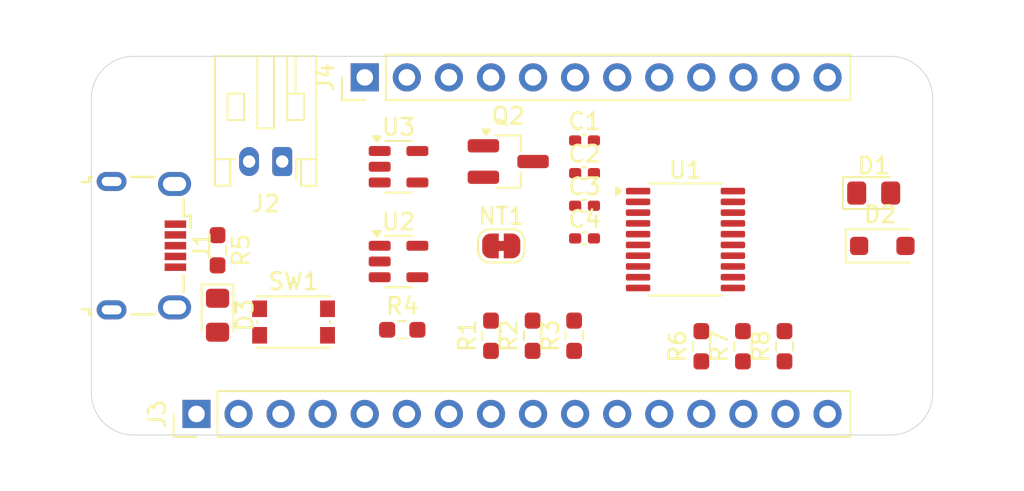
<source format=kicad_pcb>
(kicad_pcb (version 20241229) (generator "pcbnew") (generator_version "9.0")
  (layers (0 "F.Cu" signal) (2 "B.Cu" signal) (13 "F.Paste" user) (15 "B.Paste" user) (5 "F.SilkS" user "F.Silkscreen") (7 "B.SilkS" user "B.Silkscreen") (1 "F.Mask" user) (3 "B.Mask" user) (25 "Edge.Cuts" user))
  (net 0 "")
  (net 1 "GND")
  (net 2 "Net-(D2-K)")
  (net 3 "+BATT")
  (net 4 "+3.3V")
  (net 5 "PC0")
  (net 6 "Net-(D1-K)")
  (net 7 "VBUS")
  (net 8 "Net-(D3-K)")
  (net 14 "D-")
  (net 15 "D+")
  (net 16 "UTX")
  (net 17 "PA1")
  (net 18 "MO")
  (net 20 "PA2")
  (net 21 "PC4")
  (net 22 "SCK")
  (net 23 "A3")
  (net 24 "MI")
  (net 26 "URX")
  (net 27 "~{RESET}")
  (net 28 "PD0")
  (net 30 "EN")
  (net 31 "SDA")
  (net 32 "PC3")
  (net 34 "SWIO")
  (net 35 "SCL")
  (net 36 "DPU")
  (net 37 "Net-(U2-EN)")
  (net 38 "Net-(U3-STAT)")
  (net 39 "Net-(U3-PROG)")
  (footprint "LED_SMD:LED_0805_2012Metric_Pad1.15x1.40mm_HandSolder" (layer "F.Cu") (at 47.235 8.255)
    (property "Reference" "D1" (at 0 -1.65 0) (layer "F.SilkS"))
    (property "Value" "LED")
    (fp_line (start -1.86 -0.96) (end -1.86 0.96) (stroke (width 0.12)) (layer "F.SilkS"))
    (fp_line (start -1.86 0.96) (end 1 0.96) (stroke (width 0.12)) (layer "F.SilkS"))
    (fp_line (start 1 -0.96) (end -1.86 -0.96) (stroke (width 0.12)) (layer "F.SilkS"))
    (pad "1" smd roundrect (at -1.025 0) (size 1.15 1.4) (layers "F.Cu" "F.Mask" "F.Paste") (roundrect_rratio 0.217391) (net 6 "Net-(D1-K)"))
    (pad "2" smd roundrect (at 1.025 0) (size 1.15 1.4) (layers "F.Cu" "F.Mask" "F.Paste") (roundrect_rratio 0.217391) (net 5 "PC0"))
  )
  (footprint "Capacitor_SMD:C_0402_1005Metric_Pad0.74x0.62mm_HandSolder" (layer "F.Cu") (at 29.7775 10.99)
    (property "Reference" "C4" (at 0 -1.16 0) (layer "F.SilkS"))
    (property "Value" "1u")
    (fp_line (start -0.115835 -0.36) (end 0.115835 -0.36) (stroke (width 0.12)) (layer "F.SilkS"))
    (fp_line (start -0.115835 0.36) (end 0.115835 0.36) (stroke (width 0.12)) (layer "F.SilkS"))
    (pad "1" smd roundrect (at -0.5675 0) (size 0.735 0.62) (layers "F.Cu" "F.Mask" "F.Paste") (net 4 "+3.3V"))
    (pad "2" smd roundrect (at 0.5675 0) (size 0.735 0.62) (layers "F.Cu" "F.Mask" "F.Paste") (net 1 "GND"))
  )
  (footprint "Package_SO:TSSOP-20_4.4x6.5mm_P0.65mm" (layer "F.Cu") (at 35.8725 11.06)
    (property "Reference" "U1" (at 0 -4.2 0) (layer "F.SilkS"))
    (property "Value" "CH32V003F4P6")
    (fp_line (start 0 -3.385) (end -2.2 -3.385) (stroke (width 0.12)) (layer "F.SilkS"))
    (fp_line (start 0 -3.385) (end 2.2 -3.385) (stroke (width 0.12)) (layer "F.SilkS"))
    (fp_line (start 0 3.385) (end -2.2 3.385) (stroke (width 0.12)) (layer "F.SilkS"))
    (fp_line (start 0 3.385) (end 2.2 3.385) (stroke (width 0.12)) (layer "F.SilkS"))
    (fp_poly (pts (xy -3.86 -2.925) (xy -4.19 -2.685) (xy -4.19 -3.165)) (stroke (width 0.12)) (fill yes) (layer "F.SilkS"))
    (pad "1" smd roundrect (at -2.8625 -2.925) (size 1.475 0.4) (layers "F.Cu" "F.Mask" "F.Paste") (net 14 "D-"))
    (pad "2" smd roundrect (at -2.8625 -2.275) (size 1.475 0.4) (layers "F.Cu" "F.Mask" "F.Paste") (net 16 "UTX"))
    (pad "3" smd roundrect (at -2.8625 -1.625) (size 1.475 0.4) (layers "F.Cu" "F.Mask" "F.Paste") (net 26 "URX"))
    (pad "4" smd roundrect (at -2.8625 -0.975) (size 1.475 0.4) (layers "F.Cu" "F.Mask" "F.Paste") (net 27 "~{RESET}"))
    (pad "5" smd roundrect (at -2.8625 -0.325) (size 1.475 0.4) (layers "F.Cu" "F.Mask" "F.Paste") (net 17 "PA1"))
    (pad "6" smd roundrect (at -2.8625 0.325) (size 1.475 0.4) (layers "F.Cu" "F.Mask" "F.Paste") (net 20 "PA2"))
    (pad "7" smd roundrect (at -2.8625 0.975) (size 1.475 0.4) (layers "F.Cu" "F.Mask" "F.Paste") (net 1 "GND"))
    (pad "8" smd roundrect (at -2.8625 1.625) (size 1.475 0.4) (layers "F.Cu" "F.Mask" "F.Paste") (net 28 "PD0"))
    (pad "9" smd roundrect (at -2.8625 2.275) (size 1.475 0.4) (layers "F.Cu" "F.Mask" "F.Paste") (net 4 "+3.3V"))
    (pad "10" smd roundrect (at -2.8625 2.925) (size 1.475 0.4) (layers "F.Cu" "F.Mask" "F.Paste") (net 5 "PC0"))
    (pad "11" smd roundrect (at 2.8625 2.925) (size 1.475 0.4) (layers "F.Cu" "F.Mask" "F.Paste") (net 31 "SDA"))
    (pad "12" smd roundrect (at 2.8625 2.275) (size 1.475 0.4) (layers "F.Cu" "F.Mask" "F.Paste") (net 35 "SCL"))
    (pad "13" smd roundrect (at 2.8625 1.625) (size 1.475 0.4) (layers "F.Cu" "F.Mask" "F.Paste") (net 32 "PC3"))
    (pad "14" smd roundrect (at 2.8625 0.975) (size 1.475 0.4) (layers "F.Cu" "F.Mask" "F.Paste") (net 21 "PC4"))
    (pad "15" smd roundrect (at 2.8625 0.325) (size 1.475 0.4) (layers "F.Cu" "F.Mask" "F.Paste") (net 22 "SCK"))
    (pad "16" smd roundrect (at 2.8625 -0.325) (size 1.475 0.4) (layers "F.Cu" "F.Mask" "F.Paste") (net 18 "MO"))
    (pad "17" smd roundrect (at 2.8625 -0.975) (size 1.475 0.4) (layers "F.Cu" "F.Mask" "F.Paste") (net 24 "MI"))
    (pad "18" smd roundrect (at 2.8625 -1.625) (size 1.475 0.4) (layers "F.Cu" "F.Mask" "F.Paste") (net 34 "SWIO"))
    (pad "19" smd roundrect (at 2.8625 -2.275) (size 1.475 0.4) (layers "F.Cu" "F.Mask" "F.Paste") (net 23 "A3"))
    (pad "20" smd roundrect (at 2.8625 -2.925) (size 1.475 0.4) (layers "F.Cu" "F.Mask" "F.Paste") (net 15 "D+"))
  )
  (footprint "MountingHole:MountingHole_2.5mm" (layer "F.Cu") (at 48.26 2.54)
    (property "Reference" "REF**" (hide yes))
    (property "Value" "MountingHole_2.5mm")
    (pad "" np_thru_hole circle (at 0 0) (size 2.5 2.5) (drill 2.5) (layers "*.Cu" "*.Mask"))
  )
  (footprint "Resistor_SMD:R_0603_1608Metric_Pad0.98x0.95mm_HandSolder" (layer "F.Cu") (at 24.13 16.8675 90)
    (property "Reference" "R1" (at 0 -1.43 90) (layer "F.SilkS"))
    (property "Value" "10k")
    (fp_line (start -0.254724 -0.5225) (end 0.254724 -0.5225) (stroke (width 0.12)) (layer "F.SilkS"))
    (fp_line (start -0.254724 0.5225) (end 0.254724 0.5225) (stroke (width 0.12)) (layer "F.SilkS"))
    (pad "1" smd roundrect (at -0.9125 0 90) (size 0.975 0.95) (layers "F.Cu" "F.Mask" "F.Paste") (net 4 "+3.3V"))
    (pad "2" smd roundrect (at 0.9125 0 90) (size 0.975 0.95) (layers "F.Cu" "F.Mask" "F.Paste") (net 31 "SDA"))
  )
  (footprint "Package_TO_SOT_SMD:SOT-23-5" (layer "F.Cu") (at 18.5475 12.385)
    (property "Reference" "U2" (at 0 -2.4 0) (layer "F.SilkS"))
    (property "Value" "AP2112K-3.3")
    (fp_line (start 0 -1.56) (end -0.8 -1.56) (stroke (width 0.12)) (layer "F.SilkS"))
    (fp_line (start 0 -1.56) (end 0.8 -1.56) (stroke (width 0.12)) (layer "F.SilkS"))
    (fp_line (start 0 1.56) (end -0.8 1.56) (stroke (width 0.12)) (layer "F.SilkS"))
    (fp_line (start 0 1.56) (end 0.8 1.56) (stroke (width 0.12)) (layer "F.SilkS"))
    (fp_poly (pts (xy -1.3 -1.51) (xy -1.54 -1.84) (xy -1.06 -1.84)) (stroke (width 0.12)) (fill yes) (layer "F.SilkS"))
    (pad "1" smd roundrect (at -1.1375 -0.95) (size 1.325 0.6) (layers "F.Cu" "F.Mask" "F.Paste") (net 2 "Net-(D2-K)"))
    (pad "2" smd roundrect (at -1.1375 0) (size 1.325 0.6) (layers "F.Cu" "F.Mask" "F.Paste") (net 1 "GND"))
    (pad "3" smd roundrect (at -1.1375 0.95) (size 1.325 0.6) (layers "F.Cu" "F.Mask" "F.Paste") (net 37 "Net-(U2-EN)"))
    (pad "4" smd roundrect (at 1.1375 0.95) (size 1.325 0.6) (layers "F.Cu" "F.Mask" "F.Paste"))
    (pad "5" smd roundrect (at 1.1375 -0.95) (size 1.325 0.6) (layers "F.Cu" "F.Mask" "F.Paste") (net 4 "+3.3V"))
  )
  (footprint "Connector_JST:JST_PH_S2B-PH-K_1x02_P2.00mm_Horizontal" (layer "F.Cu") (at 11.525 6.35 180)
    (property "Reference" "J2" (at 1 -2.55 0) (layer "F.SilkS"))
    (property "Value" "Conn_01x02")
    (fp_line (start 4.06 6.36) (end 4.06 -1.46) (stroke (width 0.12)) (layer "F.SilkS"))
    (fp_line (start 4.06 0.14) (end 3.14 0.14) (stroke (width 0.12)) (layer "F.SilkS"))
    (fp_line (start 4.06 -1.46) (end 3.14 -1.46) (stroke (width 0.12)) (layer "F.SilkS"))
    (fp_line (start 3.3 4.1) (end 2.3 4.1) (stroke (width 0.12)) (layer "F.SilkS"))
    (fp_line (start 3.3 2.5) (end 3.3 4.1) (stroke (width 0.12)) (layer "F.SilkS"))
    (fp_line (start 3.14 0.14) (end 2.86 0.14) (stroke (width 0.12)) (layer "F.SilkS"))
    (fp_line (start 3.14 -1.46) (end 3.14 0.14) (stroke (width 0.12)) (layer "F.SilkS"))
    (fp_line (start 2.3 4.1) (end 2.3 2.5) (stroke (width 0.12)) (layer "F.SilkS"))
    (fp_line (start 2.3 2.5) (end 3.3 2.5) (stroke (width 0.12)) (layer "F.SilkS"))
    (fp_line (start 1.5 2) (end 1.5 6.36) (stroke (width 0.12)) (layer "F.SilkS"))
    (fp_line (start 0.5 6.36) (end 0.5 2) (stroke (width 0.12)) (layer "F.SilkS"))
    (fp_line (start 0.5 2) (end 1.5 2) (stroke (width 0.12)) (layer "F.SilkS"))
    (fp_line (start -0.3 4.1) (end -0.3 6.36) (stroke (width 0.12)) (layer "F.SilkS"))
    (fp_line (start -0.3 4.1) (end -0.3 2.5) (stroke (width 0.12)) (layer "F.SilkS"))
    (fp_line (start -0.3 2.5) (end -1.3 2.5) (stroke (width 0.12)) (layer "F.SilkS"))
    (fp_line (start -0.8 4.1) (end -0.8 6.36) (stroke (width 0.12)) (layer "F.SilkS"))
    (fp_line (start -0.86 0.14) (end -0.86 -1.075) (stroke (width 0.12)) (layer "F.SilkS"))
    (fp_line (start -0.86 0.14) (end -1.14 0.14) (stroke (width 0.12)) (layer "F.SilkS"))
    (fp_line (start -1.14 0.14) (end -1.14 -1.46) (stroke (width 0.12)) (layer "F.SilkS"))
    (fp_line (start -1.14 -1.46) (end -2.06 -1.46) (stroke (width 0.12)) (layer "F.SilkS"))
    (fp_line (start -1.3 4.1) (end -0.3 4.1) (stroke (width 0.12)) (layer "F.SilkS"))
    (fp_line (start -1.3 2.5) (end -1.3 4.1) (stroke (width 0.12)) (layer "F.SilkS"))
    (fp_line (start -2.06 6.36) (end 4.06 6.36) (stroke (width 0.12)) (layer "F.SilkS"))
    (fp_line (start -2.06 0.14) (end -1.14 0.14) (stroke (width 0.12)) (layer "F.SilkS"))
    (fp_line (start -2.06 -1.46) (end -2.06 6.36) (stroke (width 0.12)) (layer "F.SilkS"))
    (pad "1" thru_hole roundrect (at 0 0 180) (size 1.2 1.75) (drill 0.75) (layers "*.Cu" "*.Mask") (roundrect_rratio 0.208333) (net 1 "GND"))
    (pad "2" thru_hole oval (at 2 0 180) (size 1.2 1.75) (drill 0.75) (layers "*.Cu" "*.Mask") (net 3 "+BATT"))
  )
  (footprint "Capacitor_SMD:C_0402_1005Metric_Pad0.74x0.62mm_HandSolder" (layer "F.Cu") (at 29.7775 7.05)
    (property "Reference" "C2" (at 0 -1.16 0) (layer "F.SilkS"))
    (property "Value" "10u")
    (fp_line (start -0.115835 -0.36) (end 0.115835 -0.36) (stroke (width 0.12)) (layer "F.SilkS"))
    (fp_line (start -0.115835 0.36) (end 0.115835 0.36) (stroke (width 0.12)) (layer "F.SilkS"))
    (pad "1" smd roundrect (at -0.5675 0) (size 0.735 0.62) (layers "F.Cu" "F.Mask" "F.Paste") (net 3 "+BATT"))
    (pad "2" smd roundrect (at 0.5675 0) (size 0.735 0.62) (layers "F.Cu" "F.Mask" "F.Paste") (net 1 "GND"))
  )
  (footprint "MountingHole:MountingHole_2.5mm" (layer "F.Cu") (at 48.26 20.32)
    (property "Reference" "REF**" (hide yes))
    (property "Value" "MountingHole_2.5mm")
    (pad "" np_thru_hole circle (at 0 0) (size 2.5 2.5) (drill 2.5) (layers "*.Cu" "*.Mask"))
  )
  (footprint "Button_Switch_SMD:SW_Push_1P1T_NO_CK_KMR2" (layer "F.Cu") (at 12.21 16.04)
    (property "Reference" "SW1" (at 0 -2.45 0) (layer "F.SilkS"))
    (property "Value" "SW_Push_Dual")
    (fp_line (start -2.2 0.05) (end -2.2 -0.05) (stroke (width 0.12)) (layer "F.SilkS"))
    (fp_line (start -2.2 1.55) (end 2.2 1.55) (stroke (width 0.12)) (layer "F.SilkS"))
    (fp_line (start 2.2 -1.55) (end -2.2 -1.55) (stroke (width 0.12)) (layer "F.SilkS"))
    (fp_line (start 2.2 0.05) (end 2.2 -0.05) (stroke (width 0.12)) (layer "F.SilkS"))
    (pad "1" smd rect (at -2.05 -0.8) (size 0.9 1) (layers "F.Cu" "F.Mask" "F.Paste") (net 1 "GND"))
    (pad "1" smd rect (at 2.05 -0.8) (size 0.9 1) (layers "F.Cu" "F.Mask" "F.Paste") (net 1 "GND"))
    (pad "2" smd rect (at -2.05 0.8) (size 0.9 1) (layers "F.Cu" "F.Mask" "F.Paste") (net 27 "~{RESET}"))
    (pad "2" smd rect (at 2.05 0.8) (size 0.9 1) (layers "F.Cu" "F.Mask" "F.Paste") (net 27 "~{RESET}"))
  )
  (footprint "Resistor_SMD:R_0603_1608Metric_Pad0.98x0.95mm_HandSolder" (layer "F.Cu") (at 41.85 17.5025 90)
    (property "Reference" "R8" (at 0 -1.43 90) (layer "F.SilkS"))
    (property "Value" "2.2k")
    (fp_line (start -0.254724 -0.5225) (end 0.254724 -0.5225) (stroke (width 0.12)) (layer "F.SilkS"))
    (fp_line (start -0.254724 0.5225) (end 0.254724 0.5225) (stroke (width 0.12)) (layer "F.SilkS"))
    (pad "1" smd roundrect (at -0.9125 0 90) (size 0.975 0.95) (layers "F.Cu" "F.Mask" "F.Paste") (net 1 "GND"))
    (pad "2" smd roundrect (at 0.9125 0 90) (size 0.975 0.95) (layers "F.Cu" "F.Mask" "F.Paste") (net 6 "Net-(D1-K)"))
  )
  (footprint "Resistor_SMD:R_0603_1608Metric_Pad0.98x0.95mm_HandSolder" (layer "F.Cu") (at 36.83 17.5025 90)
    (property "Reference" "R6" (at 0 -1.43 90) (layer "F.SilkS"))
    (property "Value" "10k")
    (fp_line (start -0.254724 -0.5225) (end 0.254724 -0.5225) (stroke (width 0.12)) (layer "F.SilkS"))
    (fp_line (start -0.254724 0.5225) (end 0.254724 0.5225) (stroke (width 0.12)) (layer "F.SilkS"))
    (pad "1" smd roundrect (at -0.9125 0 90) (size 0.975 0.95) (layers "F.Cu" "F.Mask" "F.Paste") (net 1 "GND"))
    (pad "2" smd roundrect (at 0.9125 0 90) (size 0.975 0.95) (layers "F.Cu" "F.Mask" "F.Paste") (net 39 "Net-(U3-PROG)"))
  )
  (footprint "Resistor_SMD:R_0603_1608Metric_Pad0.98x0.95mm_HandSolder" (layer "F.Cu") (at 39.34 17.5025 90)
    (property "Reference" "R7" (at 0 -1.43 90) (layer "F.SilkS"))
    (property "Value" "10k")
    (fp_line (start -0.254724 -0.5225) (end 0.254724 -0.5225) (stroke (width 0.12)) (layer "F.SilkS"))
    (fp_line (start -0.254724 0.5225) (end 0.254724 0.5225) (stroke (width 0.12)) (layer "F.SilkS"))
    (pad "1" smd roundrect (at -0.9125 0 90) (size 0.975 0.95) (layers "F.Cu" "F.Mask" "F.Paste") (net 4 "+3.3V"))
    (pad "2" smd roundrect (at 0.9125 0 90) (size 0.975 0.95) (layers "F.Cu" "F.Mask" "F.Paste") (net 35 "SCL"))
  )
  (footprint "Connector_PinHeader_2.54mm:PinHeader_1x16_P2.54mm_Vertical" (layer "F.Cu") (at 6.35 21.59 90)
    (property "Reference" "J3" (at 0 -2.38 90) (layer "F.SilkS"))
    (property "Value" "Conn_01x16")
    (fp_line (start -1.38 -1.38) (end 0 -1.38) (stroke (width 0.12)) (layer "F.SilkS"))
    (fp_line (start -1.38 0) (end -1.38 -1.38) (stroke (width 0.12)) (layer "F.SilkS"))
    (fp_line (start 1.38 1.27) (end 1.38 39.48) (stroke (width 0.12)) (layer "F.SilkS"))
    (fp_line (start -1.38 1.27) (end 1.38 1.27) (stroke (width 0.12)) (layer "F.SilkS"))
    (fp_line (start -1.38 1.27) (end -1.38 39.48) (stroke (width 0.12)) (layer "F.SilkS"))
    (fp_line (start -1.38 39.48) (end 1.38 39.48) (stroke (width 0.12)) (layer "F.SilkS"))
    (pad "1" thru_hole rect (at 0 0 90) (size 1.7 1.7) (drill 1) (layers "*.Cu" "*.Mask") (net 27 "~{RESET}"))
    (pad "2" thru_hole circle (at 0 2.54 90) (size 1.7 1.7) (drill 1) (layers "*.Cu" "*.Mask") (net 4 "+3.3V"))
    (pad "3" thru_hole circle (at 0 5.08 90) (size 1.7 1.7) (drill 1) (layers "*.Cu" "*.Mask"))
    (pad "4" thru_hole circle (at 0 7.62 90) (size 1.7 1.7) (drill 1) (layers "*.Cu" "*.Mask") (net 1 "GND"))
    (pad "5" thru_hole circle (at 0 10.16 90) (size 1.7 1.7) (drill 1) (layers "*.Cu" "*.Mask") (net 20 "PA2"))
    (pad "6" thru_hole circle (at 0 12.7 90) (size 1.7 1.7) (drill 1) (layers "*.Cu" "*.Mask") (net 17 "PA1"))
    (pad "7" thru_hole circle (at 0 15.24 90) (size 1.7 1.7) (drill 1) (layers "*.Cu" "*.Mask") (net 21 "PC4"))
    (pad "8" thru_hole circle (at 0 17.78 90) (size 1.7 1.7) (drill 1) (layers "*.Cu" "*.Mask") (net 23 "A3"))
    (pad "9" thru_hole circle (at 0 20.32 90) (size 1.7 1.7) (drill 1) (layers "*.Cu" "*.Mask") (net 15 "D+"))
    (pad "10" thru_hole circle (at 0 22.86 90) (size 1.7 1.7) (drill 1) (layers "*.Cu" "*.Mask") (net 16 "UTX"))
    (pad "11" thru_hole circle (at 0 25.4 90) (size 1.7 1.7) (drill 1) (layers "*.Cu" "*.Mask") (net 22 "SCK"))
    (pad "12" thru_hole circle (at 0 27.94 90) (size 1.7 1.7) (drill 1) (layers "*.Cu" "*.Mask") (net 18 "MO"))
    (pad "13" thru_hole circle (at 0 30.48 90) (size 1.7 1.7) (drill 1) (layers "*.Cu" "*.Mask") (net 24 "MI"))
    (pad "14" thru_hole circle (at 0 33.02 90) (size 1.7 1.7) (drill 1) (layers "*.Cu" "*.Mask") (net 26 "URX"))
    (pad "15" thru_hole circle (at 0 35.56 90) (size 1.7 1.7) (drill 1) (layers "*.Cu" "*.Mask") (net 16 "UTX"))
    (pad "16" thru_hole circle (at 0 38.1 90) (size 1.7 1.7) (drill 1) (layers "*.Cu" "*.Mask"))
  )
  (footprint "LED_SMD:LED_0805_2012Metric_Pad1.15x1.40mm_HandSolder" (layer "F.Cu") (at 7.62 15.63 -90)
    (property "Reference" "D3" (at 0 -1.65 90) (layer "F.SilkS"))
    (property "Value" "LED")
    (fp_line (start -1.86 0.96) (end 1 0.96) (stroke (width 0.12)) (layer "F.SilkS"))
    (fp_line (start -1.86 -0.96) (end -1.86 0.96) (stroke (width 0.12)) (layer "F.SilkS"))
    (fp_line (start 1 -0.96) (end -1.86 -0.96) (stroke (width 0.12)) (layer "F.SilkS"))
    (pad "1" smd roundrect (at -1.025 0 270) (size 1.15 1.4) (layers "F.Cu" "F.Mask" "F.Paste") (roundrect_rratio 0.217391) (net 8 "Net-(D3-K)"))
    (pad "2" smd roundrect (at 1.025 0 270) (size 1.15 1.4) (layers "F.Cu" "F.Mask" "F.Paste") (roundrect_rratio 0.217391) (net 7 "VBUS"))
  )
  (footprint "Diode_SMD:D_SOD-123F" (layer "F.Cu") (at 47.755 11.445)
    (property "Reference" "D2" (at -0.127 -1.905 0) (layer "F.SilkS"))
    (property "Value" "MBR1020VL")
    (fp_line (start -2.21 -1) (end -2.21 1) (stroke (width 0.12)) (layer "F.SilkS"))
    (fp_line (start -2.21 -1) (end 1.65 -1) (stroke (width 0.12)) (layer "F.SilkS"))
    (fp_line (start -2.21 1) (end 1.65 1) (stroke (width 0.12)) (layer "F.SilkS"))
    (pad "1" smd roundrect (at -1.4 0) (size 1.1 1.1) (layers "F.Cu" "F.Mask" "F.Paste") (roundrect_rratio 0.2272727273) (net 2 "Net-(D2-K)"))
    (pad "2" smd roundrect (at 1.4 0) (size 1.1 1.1) (layers "F.Cu" "F.Mask" "F.Paste") (roundrect_rratio 0.2272727273) (net 7 "VBUS"))
  )
  (footprint "Jumper:SolderJumper-2_P1.3mm_Bridged_RoundedPad1.0x1.5mm" (layer "F.Cu") (at 24.75 11.445)
    (property "Reference" "NT1" (at 0 -1.8 0) (layer "F.SilkS"))
    (property "Value" "NetTie_2")
    (fp_poly (pts (xy 0.25 -0.3) (xy -0.25 -0.3) (xy -0.25 0.3) (xy 0.25 0.3)) (fill yes) (layer "F.Cu"))
    (fp_line (start -1.4 0.3) (end -1.4 -0.3) (stroke (width 0.12)) (layer "F.SilkS"))
    (fp_line (start -0.7 -1) (end 0.7 -1) (stroke (width 0.12)) (layer "F.SilkS"))
    (fp_line (start 0.7 1) (end -0.7 1) (stroke (width 0.12)) (layer "F.SilkS"))
    (fp_line (start 1.4 -0.3) (end 1.4 0.3) (stroke (width 0.12)) (layer "F.SilkS"))
    (fp_arc (start -1.4 -0.3) (mid -1.194975 -0.794975) (end -0.7 -1) (stroke (width 0.12)) (layer "F.SilkS"))
    (fp_arc (start -0.7 1) (mid -1.194975 0.794975) (end -1.4 0.3) (stroke (width 0.12)) (layer "F.SilkS"))
    (fp_arc (start 0.7 -1) (mid 1.194975 -0.794975) (end 1.4 -0.3) (stroke (width 0.12)) (layer "F.SilkS"))
    (fp_arc (start 1.4 0.3) (mid 1.194975 0.794975) (end 0.7 1) (stroke (width 0.12)) (layer "F.SilkS"))
    (pad "1" smd custom (at -0.65 0) (size 1 0.5) (layers "F.Cu" "F.Mask") (net 16 "UTX") (options (clearance outline) (anchor rect)) (primitives (gr_circle (center 0 0.25) (end 0.5 0.25) (width 0) (fill yes)) (gr_circle (center 0 -0.25) (end 0.5 -0.25) (width 0) (fill yes)) (gr_poly (pts (xy 0.5 0.75) (xy 0 0.75) (xy 0 -0.75) (xy 0.5 -0.75)) (width 0) (fill yes))))
    (pad "2" smd custom (at 0.65 0) (size 1 0.5) (layers "F.Cu" "F.Mask") (net 36 "DPU") (options (clearance outline) (anchor rect)) (primitives (gr_circle (center 0 0.25) (end 0.5 0.25) (width 0) (fill yes)) (gr_circle (center 0 -0.25) (end 0.5 -0.25) (width 0) (fill yes)) (gr_poly (pts (xy 0 0.75) (xy -0.5 0.75) (xy -0.5 -0.75) (xy 0 -0.75)) (width 0) (fill yes))))
  )
  (footprint "Capacitor_SMD:C_0402_1005Metric_Pad0.74x0.62mm_HandSolder" (layer "F.Cu") (at 29.7775 9.02)
    (property "Reference" "C3" (at 0 -1.16 0) (layer "F.SilkS"))
    (property "Value" "10u")
    (fp_line (start -0.115835 -0.36) (end 0.115835 -0.36) (stroke (width 0.12)) (layer "F.SilkS"))
    (fp_line (start -0.115835 0.36) (end 0.115835 0.36) (stroke (width 0.12)) (layer "F.SilkS"))
    (pad "1" smd roundrect (at -0.5675 0) (size 0.735 0.62) (layers "F.Cu" "F.Mask" "F.Paste") (net 4 "+3.3V"))
    (pad "2" smd roundrect (at 0.5675 0) (size 0.735 0.62) (layers "F.Cu" "F.Mask" "F.Paste") (net 1 "GND"))
  )
  (footprint "Package_TO_SOT_SMD:SOT-23-5" (layer "F.Cu") (at 18.5475 6.665)
    (property "Reference" "U3" (at 0 -2.4 0) (layer "F.SilkS"))
    (property "Value" "MCP73831-2-OT")
    (fp_line (start 0 -1.56) (end -0.8 -1.56) (stroke (width 0.12)) (layer "F.SilkS"))
    (fp_line (start 0 -1.56) (end 0.8 -1.56) (stroke (width 0.12)) (layer "F.SilkS"))
    (fp_line (start 0 1.56) (end -0.8 1.56) (stroke (width 0.12)) (layer "F.SilkS"))
    (fp_line (start 0 1.56) (end 0.8 1.56) (stroke (width 0.12)) (layer "F.SilkS"))
    (fp_poly (pts (xy -1.3 -1.51) (xy -1.54 -1.84) (xy -1.06 -1.84)) (stroke (width 0.12)) (fill yes) (layer "F.SilkS"))
    (pad "1" smd roundrect (at -1.1375 -0.95) (size 1.325 0.6) (layers "F.Cu" "F.Mask" "F.Paste") (net 38 "Net-(U3-STAT)"))
    (pad "2" smd roundrect (at -1.1375 0) (size 1.325 0.6) (layers "F.Cu" "F.Mask" "F.Paste") (net 1 "GND"))
    (pad "3" smd roundrect (at -1.1375 0.95) (size 1.325 0.6) (layers "F.Cu" "F.Mask" "F.Paste") (net 3 "+BATT"))
    (pad "4" smd roundrect (at 1.1375 0.95) (size 1.325 0.6) (layers "F.Cu" "F.Mask" "F.Paste") (net 7 "VBUS"))
    (pad "5" smd roundrect (at 1.1375 -0.95) (size 1.325 0.6) (layers "F.Cu" "F.Mask" "F.Paste") (net 39 "Net-(U3-PROG)"))
  )
  (footprint "Resistor_SMD:R_0603_1608Metric_Pad0.98x0.95mm_HandSolder" (layer "F.Cu") (at 18.7725 16.51)
    (property "Reference" "R4" (at 0 -1.43 0) (layer "F.SilkS"))
    (property "Value" "10k")
    (fp_line (start -0.254724 -0.5225) (end 0.254724 -0.5225) (stroke (width 0.12)) (layer "F.SilkS"))
    (fp_line (start -0.254724 0.5225) (end 0.254724 0.5225) (stroke (width 0.12)) (layer "F.SilkS"))
    (pad "1" smd roundrect (at -0.9125 0) (size 0.975 0.95) (layers "F.Cu" "F.Mask" "F.Paste") (net 37 "Net-(U2-EN)"))
    (pad "2" smd roundrect (at 0.9125 0) (size 0.975 0.95) (layers "F.Cu" "F.Mask" "F.Paste") (net 2 "Net-(D2-K)"))
  )
  (footprint "MountingHole:MountingHole_2.5mm" (layer "F.Cu") (at 2.54 20.32)
    (property "Reference" "REF**" (hide yes))
    (property "Value" "MountingHole_2.5mm")
    (pad "" np_thru_hole circle (at 0 0) (size 2.5 2.5) (drill 2.5) (layers "*.Cu" "*.Mask"))
  )
  (footprint "Capacitor_SMD:C_0402_1005Metric_Pad0.74x0.62mm_HandSolder" (layer "F.Cu") (at 29.7775 5.08)
    (property "Reference" "C1" (at 0 -1.16 0) (layer "F.SilkS"))
    (property "Value" "10u")
    (fp_line (start -0.115835 -0.36) (end 0.115835 -0.36) (stroke (width 0.12)) (layer "F.SilkS"))
    (fp_line (start -0.115835 0.36) (end 0.115835 0.36) (stroke (width 0.12)) (layer "F.SilkS"))
    (pad "1" smd roundrect (at -0.5675 0) (size 0.735 0.62) (layers "F.Cu" "F.Mask" "F.Paste") (net 2 "Net-(D2-K)"))
    (pad "2" smd roundrect (at 0.5675 0) (size 0.735 0.62) (layers "F.Cu" "F.Mask" "F.Paste") (net 1 "GND"))
  )
  (footprint "Connector_USB:USB_Micro-B_Wuerth_629105150521" (layer "F.Cu") (at 3.175 11.43 -90)
    (property "Reference" "J1" (at 0 -3.5 90) (layer "F.SilkS"))
    (property "Value" "USB_B_Micro")
    (fp_line (start 3.85 3.75) (end 3.85 3.3) (stroke (width 0.15)) (layer "F.SilkS"))
    (fp_line (start -4.15 3.3) (end -3.85 3.3) (stroke (width 0.15)) (layer "F.SilkS"))
    (fp_line (start -3.85 3.3) (end -3.85 3.75) (stroke (width 0.15)) (layer "F.SilkS"))
    (fp_line (start 3.85 3.3) (end 4.15 3.3) (stroke (width 0.15)) (layer "F.SilkS"))
    (fp_line (start 4.15 3.3) (end 4.15 3.15) (stroke (width 0.15)) (layer "F.SilkS"))
    (fp_line (start -4.15 3.15) (end -4.15 3.3) (stroke (width 0.15)) (layer "F.SilkS"))
    (fp_line (start 4.15 0.75) (end 4.15 -0.65) (stroke (width 0.15)) (layer "F.SilkS"))
    (fp_line (start -4.15 -0.65) (end -4.15 0.75) (stroke (width 0.15)) (layer "F.SilkS"))
    (fp_line (start -1.8 -2.4) (end -2.8 -2.4) (stroke (width 0.15)) (layer "F.SilkS"))
    (fp_line (start 1.8 -2.4) (end 2.8 -2.4) (stroke (width 0.15)) (layer "F.SilkS"))
    (fp_line (start -1.8 -2.825) (end -1.8 -2.4) (stroke (width 0.15)) (layer "F.SilkS"))
    (fp_line (start -1.075 -2.825) (end -1.8 -2.825) (stroke (width 0.15)) (layer "F.SilkS"))
    (pad "" np_thru_hole oval (at -2.5 -0.8 270) (size 0.8 0.8) (drill 0.8) (layers "*.Cu" "*.Mask"))
    (pad "" np_thru_hole oval (at 2.5 -0.8 270) (size 0.8 0.8) (drill 0.8) (layers "*.Cu" "*.Mask"))
    (pad "1" smd rect (at -1.3 -1.9 270) (size 0.45 1.3) (layers "F.Cu" "F.Mask" "F.Paste") (net 7 "VBUS"))
    (pad "2" smd rect (at -0.65 -1.9 270) (size 0.45 1.3) (layers "F.Cu" "F.Mask" "F.Paste") (net 14 "D-"))
    (pad "3" smd rect (at 0 -1.9 270) (size 0.45 1.3) (layers "F.Cu" "F.Mask" "F.Paste") (net 15 "D+"))
    (pad "4" smd rect (at 0.65 -1.9 270) (size 0.45 1.3) (layers "F.Cu" "F.Mask" "F.Paste"))
    (pad "5" smd rect (at 1.3 -1.9 270) (size 0.45 1.3) (layers "F.Cu" "F.Mask" "F.Paste") (net 1 "GND"))
    (pad "6" thru_hole oval (at -3.875 1.95 270) (size 1.15 1.8) (drill oval 0.55 1.2) (property pad_prop_heatsink) (layers "*.Cu" "*.Mask"))
    (pad "6" thru_hole oval (at -3.725 -1.85 270) (size 1.45 2) (drill oval 0.85 1.4) (property pad_prop_heatsink) (layers "*.Cu" "*.Mask"))
    (pad "6" thru_hole oval (at 3.725 -1.85 270) (size 1.45 2) (drill oval 0.85 1.4) (property pad_prop_heatsink) (layers "*.Cu" "*.Mask"))
    (pad "6" thru_hole oval (at 3.875 1.95 270) (size 1.15 1.8) (drill oval 0.55 1.2) (property pad_prop_heatsink) (layers "*.Cu" "*.Mask"))
  )
  (footprint "Resistor_SMD:R_0603_1608Metric_Pad0.98x0.95mm_HandSolder" (layer "F.Cu") (at 26.64 16.8675 90)
    (property "Reference" "R2" (at 0 -1.43 90) (layer "F.SilkS"))
    (property "Value" "1.5k")
    (fp_line (start -0.254724 -0.5225) (end 0.254724 -0.5225) (stroke (width 0.12)) (layer "F.SilkS"))
    (fp_line (start -0.254724 0.5225) (end 0.254724 0.5225) (stroke (width 0.12)) (layer "F.SilkS"))
    (pad "1" smd roundrect (at -0.9125 0 90) (size 0.975 0.95) (layers "F.Cu" "F.Mask" "F.Paste") (net 14 "D-"))
    (pad "2" smd roundrect (at 0.9125 0 90) (size 0.975 0.95) (layers "F.Cu" "F.Mask" "F.Paste") (net 36 "DPU"))
  )
  (footprint "Resistor_SMD:R_0603_1608Metric_Pad0.98x0.95mm_HandSolder" (layer "F.Cu") (at 7.62 11.7075 -90)
    (property "Reference" "R5" (at 0 -1.43 90) (layer "F.SilkS"))
    (property "Value" "1k")
    (fp_line (start -0.254724 0.5225) (end 0.254724 0.5225) (stroke (width 0.12)) (layer "F.SilkS"))
    (fp_line (start -0.254724 -0.5225) (end 0.254724 -0.5225) (stroke (width 0.12)) (layer "F.SilkS"))
    (pad "1" smd roundrect (at -0.9125 0 270) (size 0.975 0.95) (layers "F.Cu" "F.Mask" "F.Paste") (net 38 "Net-(U3-STAT)"))
    (pad "2" smd roundrect (at 0.9125 0 270) (size 0.975 0.95) (layers "F.Cu" "F.Mask" "F.Paste") (net 8 "Net-(D3-K)"))
  )
  (footprint "Connector_PinHeader_2.54mm:PinHeader_1x12_P2.54mm_Vertical" (layer "F.Cu") (at 16.51 1.27 90)
    (property "Reference" "J4" (at 0 -2.38 90) (layer "F.SilkS"))
    (property "Value" "Conn_01x12")
    (fp_line (start -1.38 -1.38) (end 0 -1.38) (stroke (width 0.12)) (layer "F.SilkS"))
    (fp_line (start -1.38 0) (end -1.38 -1.38) (stroke (width 0.12)) (layer "F.SilkS"))
    (fp_line (start 1.38 1.27) (end 1.38 29.32) (stroke (width 0.12)) (layer "F.SilkS"))
    (fp_line (start -1.38 1.27) (end 1.38 1.27) (stroke (width 0.12)) (layer "F.SilkS"))
    (fp_line (start -1.38 1.27) (end -1.38 29.32) (stroke (width 0.12)) (layer "F.SilkS"))
    (fp_line (start -1.38 29.32) (end 1.38 29.32) (stroke (width 0.12)) (layer "F.SilkS"))
    (pad "1" thru_hole rect (at 0 0 90) (size 1.7 1.7) (drill 1) (layers "*.Cu" "*.Mask") (net 3 "+BATT"))
    (pad "2" thru_hole circle (at 0 2.54 90) (size 1.7 1.7) (drill 1) (layers "*.Cu" "*.Mask") (net 30 "EN"))
    (pad "3" thru_hole circle (at 0 5.08 90) (size 1.7 1.7) (drill 1) (layers "*.Cu" "*.Mask") (net 7 "VBUS"))
    (pad "4" thru_hole circle (at 0 7.62 90) (size 1.7 1.7) (drill 1) (layers "*.Cu" "*.Mask"))
    (pad "5" thru_hole circle (at 0 10.16 90) (size 1.7 1.7) (drill 1) (layers "*.Cu" "*.Mask"))
    (pad "6" thru_hole circle (at 0 12.7 90) (size 1.7 1.7) (drill 1) (layers "*.Cu" "*.Mask") (net 34 "SWIO"))
    (pad "7" thru_hole circle (at 0 15.24 90) (size 1.7 1.7) (drill 1) (layers "*.Cu" "*.Mask") (net 14 "D-"))
    (pad "8" thru_hole circle (at 0 17.78 90) (size 1.7 1.7) (drill 1) (layers "*.Cu" "*.Mask") (net 28 "PD0"))
    (pad "9" thru_hole circle (at 0 20.32 90) (size 1.7 1.7) (drill 1) (layers "*.Cu" "*.Mask") (net 5 "PC0"))
    (pad "10" thru_hole circle (at 0 22.86 90) (size 1.7 1.7) (drill 1) (layers "*.Cu" "*.Mask") (net 32 "PC3"))
    (pad "11" thru_hole circle (at 0 25.4 90) (size 1.7 1.7) (drill 1) (layers "*.Cu" "*.Mask") (net 35 "SCL"))
    (pad "12" thru_hole circle (at 0 27.94 90) (size 1.7 1.7) (drill 1) (layers "*.Cu" "*.Mask") (net 31 "SDA"))
  )
  (footprint "Package_TO_SOT_SMD:SOT-23_Handsoldering" (layer "F.Cu") (at 25.17 6.35)
    (property "Reference" "Q2" (at 0 -2.75 0) (layer "F.SilkS"))
    (property "Value" "DMP2045U")
    (fp_line (start -0.04 -1.58) (end -0.84 -1.58) (stroke (width 0.12)) (layer "F.SilkS"))
    (fp_line (start -0.04 -1.58) (end 0.76 -1.58) (stroke (width 0.12)) (layer "F.SilkS"))
    (fp_line (start 0.76 -1.58) (end 0.76 -0.65) (stroke (width 0.12)) (layer "F.SilkS"))
    (fp_line (start 0.76 1.58) (end -0.7 1.58) (stroke (width 0.12)) (layer "F.SilkS"))
    (fp_line (start 0.76 1.58) (end 0.76 0.65) (stroke (width 0.12)) (layer "F.SilkS"))
    (fp_poly (pts (xy -1.34 -1.61) (xy -1.58 -1.94) (xy -1.1 -1.94) (xy -1.34 -1.61)) (stroke (width 0.12)) (fill yes) (layer "F.SilkS"))
    (pad "1" smd roundrect (at -1.5 -0.95) (size 1.9 0.8) (layers "F.Cu" "F.Mask" "F.Paste"))
    (pad "2" smd roundrect (at -1.5 0.95) (size 1.9 0.8) (layers "F.Cu" "F.Mask" "F.Paste"))
    (pad "3" smd roundrect (at 1.5 0) (size 1.9 0.8) (layers "F.Cu" "F.Mask" "F.Paste"))
  )
  (footprint "Resistor_SMD:R_0603_1608Metric_Pad0.98x0.95mm_HandSolder" (layer "F.Cu") (at 29.15 16.8675 90)
    (property "Reference" "R3" (at 0 -1.43 90) (layer "F.SilkS"))
    (property "Value" "100k")
    (fp_line (start -0.254724 -0.5225) (end 0.254724 -0.5225) (stroke (width 0.12)) (layer "F.SilkS"))
    (fp_line (start -0.254724 0.5225) (end 0.254724 0.5225) (stroke (width 0.12)) (layer "F.SilkS"))
    (pad "1" smd roundrect (at -0.9125 0 90) (size 0.975 0.95) (layers "F.Cu" "F.Mask" "F.Paste") (net 1 "GND"))
    (pad "2" smd roundrect (at 0.9125 0 90) (size 0.975 0.95) (layers "F.Cu" "F.Mask" "F.Paste") (net 7 "VBUS"))
  )
  (footprint "MountingHole:MountingHole_2.5mm" (layer "F.Cu") (at 2.54 2.54)
    (property "Reference" "REF**" (hide yes))
    (property "Value" "MountingHole_2.5mm")
    (pad "" np_thru_hole circle (at 0 0) (size 2.5 2.5) (drill 2.5) (layers "*.Cu" "*.Mask"))
  )
  (gr_line (start 0 2.54) (end 0 20.32) (stroke (width 0.05)) (layer "Edge.Cuts"))
  (gr_arc (start 50.8 20.32) (mid 50.056051 22.116051) (end 48.26 22.86) (stroke (width 0.05)) (layer "Edge.Cuts"))
  (gr_line (start 48.26 0) (end 2.54 0) (stroke (width 0.05)) (layer "Edge.Cuts"))
  (gr_arc (start 2.54 22.86) (mid 0.743949 22.116051) (end 0 20.32) (stroke (width 0.05)) (layer "Edge.Cuts"))
  (gr_line (start 50.8 20.32) (end 50.8 2.54) (stroke (width 0.05)) (layer "Edge.Cuts"))
  (gr_line (start 2.54 22.86) (end 48.26 22.86) (stroke (width 0.05)) (layer "Edge.Cuts"))
  (gr_arc (start 0 2.54) (mid 0.743949 0.743949) (end 2.54 0) (stroke (width 0.05)) (layer "Edge.Cuts"))
  (gr_arc (start 48.26 0) (mid 50.056051 0.743949) (end 50.8 2.54) (stroke (width 0.05)) (layer "Edge.Cuts"))
)
</source>
